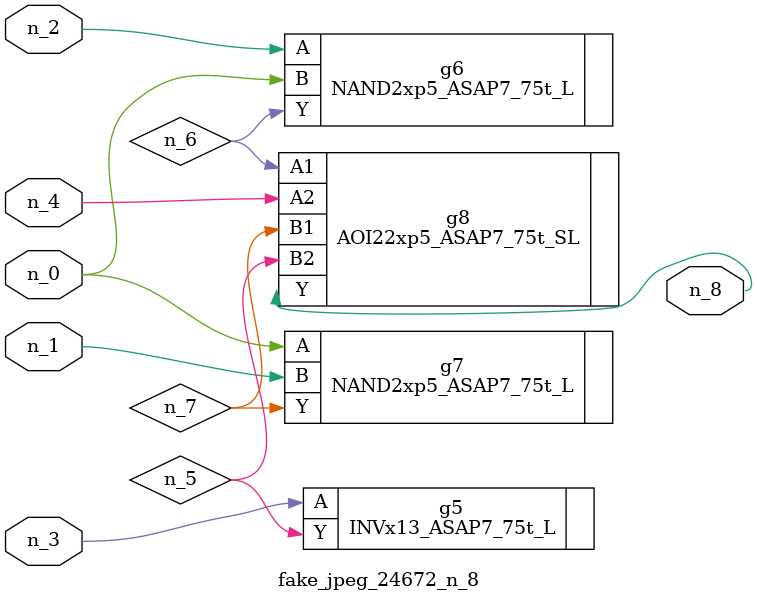
<source format=v>
module fake_jpeg_24672_n_8 (n_3, n_2, n_1, n_0, n_4, n_8);

input n_3;
input n_2;
input n_1;
input n_0;
input n_4;

output n_8;

wire n_6;
wire n_5;
wire n_7;

INVx13_ASAP7_75t_L g5 ( 
.A(n_3),
.Y(n_5)
);

NAND2xp5_ASAP7_75t_L g6 ( 
.A(n_2),
.B(n_0),
.Y(n_6)
);

NAND2xp5_ASAP7_75t_L g7 ( 
.A(n_0),
.B(n_1),
.Y(n_7)
);

AOI22xp5_ASAP7_75t_SL g8 ( 
.A1(n_6),
.A2(n_4),
.B1(n_7),
.B2(n_5),
.Y(n_8)
);


endmodule
</source>
